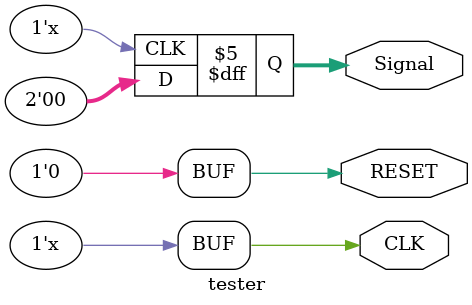
<source format=v>

module tester
    (
    output reg [1:0] Signal,
    output reg 	    CLK,
    output reg 	    RESET
    );

    initial
        begin
            CLK = 1;
            RESET = 0;
            #3 RESET = 1;
            #15 RESET = 0;
        end
    always @(posedge CLK)
        begin
            #2 Signal <= 0;
            #2 Signal <= 0;
            #2 Signal <= 1;
            #2 Signal <= 2;
            #2 Signal <= 2;
            #2 Signal <= 2;
            #2 Signal <= 0;
            #2 Signal <= 1;
            #2 Signal <= 1;
            #2 Signal <= 0;
        end

    always
        begin
            #1 CLK = ~CLK;
        end

    endmodule

</source>
